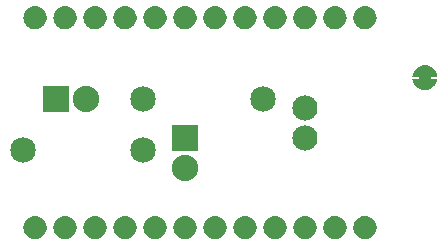
<source format=gbs>
G04 MADE WITH FRITZING*
G04 WWW.FRITZING.ORG*
G04 DOUBLE SIDED*
G04 HOLES PLATED*
G04 CONTOUR ON CENTER OF CONTOUR VECTOR*
%ASAXBY*%
%FSLAX23Y23*%
%MOIN*%
%OFA0B0*%
%SFA1.0B1.0*%
%ADD10C,0.084000*%
%ADD11C,0.040000*%
%ADD12C,0.088000*%
%ADD13C,0.085000*%
%ADD14R,0.088000X0.088000*%
%ADD15R,0.001000X0.001000*%
%LNMASK0*%
G90*
G70*
G54D10*
X1091Y362D03*
X1091Y462D03*
G54D11*
X1491Y562D03*
G54D10*
X1091Y362D03*
X1091Y462D03*
G54D11*
X1491Y562D03*
G54D12*
X261Y492D03*
X361Y492D03*
G54D13*
X552Y493D03*
X952Y493D03*
X152Y322D03*
X552Y322D03*
G54D12*
X691Y362D03*
X691Y262D03*
G54D14*
X261Y492D03*
X691Y362D03*
G54D15*
X187Y801D02*
X194Y801D01*
X287Y801D02*
X294Y801D01*
X387Y801D02*
X394Y801D01*
X487Y801D02*
X494Y801D01*
X587Y801D02*
X594Y801D01*
X687Y801D02*
X694Y801D01*
X787Y801D02*
X794Y801D01*
X887Y801D02*
X894Y801D01*
X987Y801D02*
X994Y801D01*
X1087Y801D02*
X1094Y801D01*
X1187Y801D02*
X1194Y801D01*
X1287Y801D02*
X1294Y801D01*
X182Y800D02*
X199Y800D01*
X282Y800D02*
X299Y800D01*
X382Y800D02*
X399Y800D01*
X482Y800D02*
X499Y800D01*
X582Y800D02*
X599Y800D01*
X682Y800D02*
X699Y800D01*
X782Y800D02*
X799Y800D01*
X882Y800D02*
X899Y800D01*
X982Y800D02*
X999Y800D01*
X1082Y800D02*
X1099Y800D01*
X1182Y800D02*
X1199Y800D01*
X1282Y800D02*
X1299Y800D01*
X179Y799D02*
X202Y799D01*
X279Y799D02*
X302Y799D01*
X379Y799D02*
X402Y799D01*
X479Y799D02*
X502Y799D01*
X579Y799D02*
X602Y799D01*
X679Y799D02*
X702Y799D01*
X779Y799D02*
X802Y799D01*
X879Y799D02*
X902Y799D01*
X979Y799D02*
X1002Y799D01*
X1079Y799D02*
X1102Y799D01*
X1179Y799D02*
X1202Y799D01*
X1279Y799D02*
X1302Y799D01*
X177Y798D02*
X204Y798D01*
X277Y798D02*
X304Y798D01*
X376Y798D02*
X404Y798D01*
X476Y798D02*
X504Y798D01*
X576Y798D02*
X604Y798D01*
X676Y798D02*
X704Y798D01*
X776Y798D02*
X804Y798D01*
X876Y798D02*
X904Y798D01*
X976Y798D02*
X1004Y798D01*
X1076Y798D02*
X1104Y798D01*
X1176Y798D02*
X1204Y798D01*
X1276Y798D02*
X1304Y798D01*
X175Y797D02*
X206Y797D01*
X275Y797D02*
X306Y797D01*
X375Y797D02*
X406Y797D01*
X475Y797D02*
X506Y797D01*
X574Y797D02*
X606Y797D01*
X674Y797D02*
X706Y797D01*
X774Y797D02*
X806Y797D01*
X874Y797D02*
X906Y797D01*
X974Y797D02*
X1006Y797D01*
X1074Y797D02*
X1106Y797D01*
X1174Y797D02*
X1206Y797D01*
X1274Y797D02*
X1306Y797D01*
X173Y796D02*
X208Y796D01*
X273Y796D02*
X308Y796D01*
X373Y796D02*
X408Y796D01*
X473Y796D02*
X508Y796D01*
X573Y796D02*
X608Y796D01*
X673Y796D02*
X708Y796D01*
X773Y796D02*
X808Y796D01*
X873Y796D02*
X908Y796D01*
X973Y796D02*
X1008Y796D01*
X1073Y796D02*
X1108Y796D01*
X1173Y796D02*
X1208Y796D01*
X1272Y796D02*
X1308Y796D01*
X171Y795D02*
X210Y795D01*
X271Y795D02*
X310Y795D01*
X371Y795D02*
X410Y795D01*
X471Y795D02*
X510Y795D01*
X571Y795D02*
X610Y795D01*
X671Y795D02*
X709Y795D01*
X771Y795D02*
X809Y795D01*
X871Y795D02*
X909Y795D01*
X971Y795D02*
X1009Y795D01*
X1071Y795D02*
X1109Y795D01*
X1171Y795D02*
X1209Y795D01*
X1271Y795D02*
X1309Y795D01*
X170Y794D02*
X211Y794D01*
X270Y794D02*
X311Y794D01*
X370Y794D02*
X411Y794D01*
X470Y794D02*
X511Y794D01*
X570Y794D02*
X611Y794D01*
X670Y794D02*
X711Y794D01*
X770Y794D02*
X811Y794D01*
X870Y794D02*
X911Y794D01*
X970Y794D02*
X1011Y794D01*
X1069Y794D02*
X1111Y794D01*
X1169Y794D02*
X1211Y794D01*
X1269Y794D02*
X1311Y794D01*
X168Y793D02*
X212Y793D01*
X268Y793D02*
X312Y793D01*
X368Y793D02*
X412Y793D01*
X468Y793D02*
X512Y793D01*
X568Y793D02*
X612Y793D01*
X668Y793D02*
X712Y793D01*
X768Y793D02*
X812Y793D01*
X868Y793D02*
X912Y793D01*
X968Y793D02*
X1012Y793D01*
X1068Y793D02*
X1112Y793D01*
X1168Y793D02*
X1212Y793D01*
X1268Y793D02*
X1312Y793D01*
X167Y792D02*
X214Y792D01*
X267Y792D02*
X314Y792D01*
X367Y792D02*
X414Y792D01*
X467Y792D02*
X514Y792D01*
X567Y792D02*
X614Y792D01*
X667Y792D02*
X714Y792D01*
X767Y792D02*
X814Y792D01*
X867Y792D02*
X914Y792D01*
X967Y792D02*
X1013Y792D01*
X1067Y792D02*
X1113Y792D01*
X1167Y792D02*
X1213Y792D01*
X1267Y792D02*
X1313Y792D01*
X166Y791D02*
X215Y791D01*
X266Y791D02*
X315Y791D01*
X366Y791D02*
X415Y791D01*
X466Y791D02*
X515Y791D01*
X566Y791D02*
X615Y791D01*
X666Y791D02*
X715Y791D01*
X766Y791D02*
X815Y791D01*
X866Y791D02*
X915Y791D01*
X966Y791D02*
X1015Y791D01*
X1066Y791D02*
X1115Y791D01*
X1166Y791D02*
X1215Y791D01*
X1266Y791D02*
X1315Y791D01*
X165Y790D02*
X216Y790D01*
X265Y790D02*
X316Y790D01*
X365Y790D02*
X416Y790D01*
X465Y790D02*
X516Y790D01*
X565Y790D02*
X616Y790D01*
X665Y790D02*
X716Y790D01*
X765Y790D02*
X816Y790D01*
X865Y790D02*
X916Y790D01*
X965Y790D02*
X1016Y790D01*
X1065Y790D02*
X1116Y790D01*
X1165Y790D02*
X1216Y790D01*
X1265Y790D02*
X1316Y790D01*
X164Y789D02*
X217Y789D01*
X264Y789D02*
X317Y789D01*
X364Y789D02*
X417Y789D01*
X464Y789D02*
X517Y789D01*
X564Y789D02*
X617Y789D01*
X664Y789D02*
X717Y789D01*
X764Y789D02*
X817Y789D01*
X864Y789D02*
X917Y789D01*
X964Y789D02*
X1017Y789D01*
X1064Y789D02*
X1117Y789D01*
X1164Y789D02*
X1217Y789D01*
X1264Y789D02*
X1317Y789D01*
X163Y788D02*
X218Y788D01*
X263Y788D02*
X318Y788D01*
X363Y788D02*
X418Y788D01*
X463Y788D02*
X518Y788D01*
X563Y788D02*
X618Y788D01*
X663Y788D02*
X718Y788D01*
X763Y788D02*
X818Y788D01*
X863Y788D02*
X918Y788D01*
X963Y788D02*
X1018Y788D01*
X1063Y788D02*
X1118Y788D01*
X1163Y788D02*
X1218Y788D01*
X1263Y788D02*
X1318Y788D01*
X162Y787D02*
X219Y787D01*
X262Y787D02*
X319Y787D01*
X362Y787D02*
X419Y787D01*
X462Y787D02*
X519Y787D01*
X562Y787D02*
X619Y787D01*
X662Y787D02*
X719Y787D01*
X762Y787D02*
X819Y787D01*
X862Y787D02*
X919Y787D01*
X962Y787D02*
X1019Y787D01*
X1062Y787D02*
X1119Y787D01*
X1162Y787D02*
X1219Y787D01*
X1262Y787D02*
X1319Y787D01*
X161Y786D02*
X220Y786D01*
X261Y786D02*
X320Y786D01*
X361Y786D02*
X420Y786D01*
X461Y786D02*
X520Y786D01*
X561Y786D02*
X620Y786D01*
X661Y786D02*
X720Y786D01*
X761Y786D02*
X820Y786D01*
X861Y786D02*
X920Y786D01*
X961Y786D02*
X1020Y786D01*
X1061Y786D02*
X1119Y786D01*
X1161Y786D02*
X1219Y786D01*
X1261Y786D02*
X1319Y786D01*
X160Y785D02*
X221Y785D01*
X260Y785D02*
X320Y785D01*
X360Y785D02*
X420Y785D01*
X460Y785D02*
X520Y785D01*
X560Y785D02*
X620Y785D01*
X660Y785D02*
X720Y785D01*
X760Y785D02*
X820Y785D01*
X860Y785D02*
X920Y785D01*
X960Y785D02*
X1020Y785D01*
X1060Y785D02*
X1120Y785D01*
X1160Y785D02*
X1220Y785D01*
X1260Y785D02*
X1320Y785D01*
X160Y784D02*
X221Y784D01*
X260Y784D02*
X321Y784D01*
X360Y784D02*
X421Y784D01*
X460Y784D02*
X521Y784D01*
X560Y784D02*
X621Y784D01*
X660Y784D02*
X721Y784D01*
X760Y784D02*
X821Y784D01*
X860Y784D02*
X921Y784D01*
X960Y784D02*
X1021Y784D01*
X1060Y784D02*
X1121Y784D01*
X1159Y784D02*
X1221Y784D01*
X1259Y784D02*
X1321Y784D01*
X159Y783D02*
X222Y783D01*
X259Y783D02*
X322Y783D01*
X359Y783D02*
X422Y783D01*
X459Y783D02*
X522Y783D01*
X559Y783D02*
X622Y783D01*
X659Y783D02*
X722Y783D01*
X759Y783D02*
X822Y783D01*
X859Y783D02*
X922Y783D01*
X959Y783D02*
X1022Y783D01*
X1059Y783D02*
X1122Y783D01*
X1159Y783D02*
X1222Y783D01*
X1259Y783D02*
X1322Y783D01*
X158Y782D02*
X223Y782D01*
X258Y782D02*
X323Y782D01*
X358Y782D02*
X423Y782D01*
X458Y782D02*
X523Y782D01*
X558Y782D02*
X623Y782D01*
X658Y782D02*
X723Y782D01*
X758Y782D02*
X823Y782D01*
X858Y782D02*
X923Y782D01*
X958Y782D02*
X1022Y782D01*
X1058Y782D02*
X1122Y782D01*
X1158Y782D02*
X1222Y782D01*
X1258Y782D02*
X1322Y782D01*
X158Y781D02*
X223Y781D01*
X258Y781D02*
X323Y781D01*
X358Y781D02*
X423Y781D01*
X458Y781D02*
X523Y781D01*
X558Y781D02*
X623Y781D01*
X658Y781D02*
X723Y781D01*
X758Y781D02*
X823Y781D01*
X858Y781D02*
X923Y781D01*
X958Y781D02*
X1023Y781D01*
X1058Y781D02*
X1123Y781D01*
X1157Y781D02*
X1223Y781D01*
X1257Y781D02*
X1323Y781D01*
X157Y780D02*
X224Y780D01*
X257Y780D02*
X324Y780D01*
X357Y780D02*
X424Y780D01*
X457Y780D02*
X524Y780D01*
X557Y780D02*
X624Y780D01*
X657Y780D02*
X724Y780D01*
X757Y780D02*
X824Y780D01*
X857Y780D02*
X924Y780D01*
X957Y780D02*
X1024Y780D01*
X1057Y780D02*
X1124Y780D01*
X1157Y780D02*
X1224Y780D01*
X1257Y780D02*
X1324Y780D01*
X157Y779D02*
X225Y779D01*
X257Y779D02*
X324Y779D01*
X357Y779D02*
X424Y779D01*
X457Y779D02*
X524Y779D01*
X557Y779D02*
X624Y779D01*
X656Y779D02*
X724Y779D01*
X756Y779D02*
X824Y779D01*
X856Y779D02*
X924Y779D01*
X956Y779D02*
X1024Y779D01*
X1056Y779D02*
X1124Y779D01*
X1156Y779D02*
X1224Y779D01*
X1256Y779D02*
X1324Y779D01*
X156Y778D02*
X225Y778D01*
X256Y778D02*
X325Y778D01*
X356Y778D02*
X425Y778D01*
X456Y778D02*
X525Y778D01*
X556Y778D02*
X625Y778D01*
X656Y778D02*
X725Y778D01*
X756Y778D02*
X825Y778D01*
X856Y778D02*
X925Y778D01*
X956Y778D02*
X1025Y778D01*
X1056Y778D02*
X1125Y778D01*
X1156Y778D02*
X1225Y778D01*
X1256Y778D02*
X1325Y778D01*
X156Y777D02*
X226Y777D01*
X256Y777D02*
X326Y777D01*
X356Y777D02*
X426Y777D01*
X456Y777D02*
X525Y777D01*
X555Y777D02*
X625Y777D01*
X655Y777D02*
X725Y777D01*
X755Y777D02*
X825Y777D01*
X855Y777D02*
X925Y777D01*
X955Y777D02*
X1025Y777D01*
X1055Y777D02*
X1125Y777D01*
X1155Y777D02*
X1225Y777D01*
X1255Y777D02*
X1325Y777D01*
X155Y776D02*
X226Y776D01*
X255Y776D02*
X326Y776D01*
X355Y776D02*
X426Y776D01*
X455Y776D02*
X526Y776D01*
X555Y776D02*
X626Y776D01*
X655Y776D02*
X726Y776D01*
X755Y776D02*
X826Y776D01*
X855Y776D02*
X926Y776D01*
X955Y776D02*
X1026Y776D01*
X1055Y776D02*
X1126Y776D01*
X1155Y776D02*
X1226Y776D01*
X1255Y776D02*
X1326Y776D01*
X155Y775D02*
X226Y775D01*
X255Y775D02*
X326Y775D01*
X355Y775D02*
X426Y775D01*
X455Y775D02*
X526Y775D01*
X555Y775D02*
X626Y775D01*
X655Y775D02*
X726Y775D01*
X755Y775D02*
X826Y775D01*
X855Y775D02*
X926Y775D01*
X955Y775D02*
X1026Y775D01*
X1055Y775D02*
X1126Y775D01*
X1154Y775D02*
X1226Y775D01*
X1254Y775D02*
X1326Y775D01*
X154Y774D02*
X227Y774D01*
X254Y774D02*
X327Y774D01*
X354Y774D02*
X427Y774D01*
X454Y774D02*
X527Y774D01*
X554Y774D02*
X627Y774D01*
X654Y774D02*
X727Y774D01*
X754Y774D02*
X827Y774D01*
X854Y774D02*
X927Y774D01*
X954Y774D02*
X1027Y774D01*
X1054Y774D02*
X1127Y774D01*
X1154Y774D02*
X1227Y774D01*
X1254Y774D02*
X1327Y774D01*
X154Y773D02*
X227Y773D01*
X254Y773D02*
X327Y773D01*
X354Y773D02*
X427Y773D01*
X454Y773D02*
X527Y773D01*
X554Y773D02*
X627Y773D01*
X654Y773D02*
X727Y773D01*
X754Y773D02*
X827Y773D01*
X854Y773D02*
X927Y773D01*
X954Y773D02*
X1027Y773D01*
X1054Y773D02*
X1127Y773D01*
X1154Y773D02*
X1227Y773D01*
X1254Y773D02*
X1327Y773D01*
X154Y772D02*
X228Y772D01*
X254Y772D02*
X328Y772D01*
X354Y772D02*
X427Y772D01*
X454Y772D02*
X527Y772D01*
X554Y772D02*
X627Y772D01*
X654Y772D02*
X727Y772D01*
X754Y772D02*
X827Y772D01*
X854Y772D02*
X927Y772D01*
X953Y772D02*
X1027Y772D01*
X1053Y772D02*
X1127Y772D01*
X1153Y772D02*
X1227Y772D01*
X1253Y772D02*
X1327Y772D01*
X153Y771D02*
X228Y771D01*
X253Y771D02*
X328Y771D01*
X353Y771D02*
X428Y771D01*
X453Y771D02*
X528Y771D01*
X553Y771D02*
X628Y771D01*
X653Y771D02*
X728Y771D01*
X753Y771D02*
X828Y771D01*
X853Y771D02*
X928Y771D01*
X953Y771D02*
X1028Y771D01*
X1053Y771D02*
X1128Y771D01*
X1153Y771D02*
X1228Y771D01*
X1253Y771D02*
X1328Y771D01*
X153Y770D02*
X228Y770D01*
X253Y770D02*
X328Y770D01*
X353Y770D02*
X428Y770D01*
X453Y770D02*
X528Y770D01*
X553Y770D02*
X628Y770D01*
X653Y770D02*
X728Y770D01*
X753Y770D02*
X828Y770D01*
X853Y770D02*
X928Y770D01*
X953Y770D02*
X1028Y770D01*
X1053Y770D02*
X1128Y770D01*
X1153Y770D02*
X1228Y770D01*
X1253Y770D02*
X1328Y770D01*
X153Y769D02*
X228Y769D01*
X253Y769D02*
X328Y769D01*
X353Y769D02*
X428Y769D01*
X453Y769D02*
X528Y769D01*
X553Y769D02*
X628Y769D01*
X653Y769D02*
X728Y769D01*
X753Y769D02*
X828Y769D01*
X853Y769D02*
X928Y769D01*
X953Y769D02*
X1028Y769D01*
X1053Y769D02*
X1128Y769D01*
X1153Y769D02*
X1228Y769D01*
X1253Y769D02*
X1328Y769D01*
X153Y768D02*
X229Y768D01*
X253Y768D02*
X329Y768D01*
X353Y768D02*
X428Y768D01*
X453Y768D02*
X528Y768D01*
X553Y768D02*
X628Y768D01*
X653Y768D02*
X728Y768D01*
X753Y768D02*
X828Y768D01*
X853Y768D02*
X928Y768D01*
X953Y768D02*
X1028Y768D01*
X1052Y768D02*
X1128Y768D01*
X1152Y768D02*
X1228Y768D01*
X1252Y768D02*
X1328Y768D01*
X153Y767D02*
X229Y767D01*
X253Y767D02*
X329Y767D01*
X352Y767D02*
X429Y767D01*
X452Y767D02*
X529Y767D01*
X552Y767D02*
X629Y767D01*
X652Y767D02*
X729Y767D01*
X752Y767D02*
X829Y767D01*
X852Y767D02*
X929Y767D01*
X952Y767D02*
X1029Y767D01*
X1052Y767D02*
X1129Y767D01*
X1152Y767D02*
X1228Y767D01*
X1252Y767D02*
X1328Y767D01*
X152Y766D02*
X229Y766D01*
X252Y766D02*
X329Y766D01*
X352Y766D02*
X429Y766D01*
X452Y766D02*
X529Y766D01*
X552Y766D02*
X629Y766D01*
X652Y766D02*
X729Y766D01*
X752Y766D02*
X829Y766D01*
X852Y766D02*
X929Y766D01*
X952Y766D02*
X1029Y766D01*
X1052Y766D02*
X1129Y766D01*
X1152Y766D02*
X1229Y766D01*
X1252Y766D02*
X1329Y766D01*
X152Y765D02*
X229Y765D01*
X252Y765D02*
X329Y765D01*
X352Y765D02*
X429Y765D01*
X452Y765D02*
X529Y765D01*
X552Y765D02*
X629Y765D01*
X652Y765D02*
X729Y765D01*
X752Y765D02*
X829Y765D01*
X852Y765D02*
X929Y765D01*
X952Y765D02*
X1029Y765D01*
X1052Y765D02*
X1129Y765D01*
X1152Y765D02*
X1229Y765D01*
X1252Y765D02*
X1329Y765D01*
X152Y764D02*
X229Y764D01*
X252Y764D02*
X329Y764D01*
X352Y764D02*
X429Y764D01*
X452Y764D02*
X529Y764D01*
X552Y764D02*
X629Y764D01*
X652Y764D02*
X729Y764D01*
X752Y764D02*
X829Y764D01*
X852Y764D02*
X929Y764D01*
X952Y764D02*
X1029Y764D01*
X1052Y764D02*
X1129Y764D01*
X1152Y764D02*
X1229Y764D01*
X1252Y764D02*
X1329Y764D01*
X152Y763D02*
X229Y763D01*
X252Y763D02*
X329Y763D01*
X352Y763D02*
X429Y763D01*
X452Y763D02*
X529Y763D01*
X552Y763D02*
X629Y763D01*
X652Y763D02*
X729Y763D01*
X752Y763D02*
X829Y763D01*
X852Y763D02*
X929Y763D01*
X952Y763D02*
X1029Y763D01*
X1052Y763D02*
X1129Y763D01*
X1152Y763D02*
X1229Y763D01*
X1252Y763D02*
X1329Y763D01*
X152Y762D02*
X229Y762D01*
X252Y762D02*
X329Y762D01*
X352Y762D02*
X429Y762D01*
X452Y762D02*
X529Y762D01*
X552Y762D02*
X629Y762D01*
X652Y762D02*
X729Y762D01*
X752Y762D02*
X829Y762D01*
X852Y762D02*
X929Y762D01*
X952Y762D02*
X1029Y762D01*
X1052Y762D02*
X1129Y762D01*
X1152Y762D02*
X1229Y762D01*
X1252Y762D02*
X1329Y762D01*
X152Y761D02*
X229Y761D01*
X252Y761D02*
X329Y761D01*
X352Y761D02*
X429Y761D01*
X452Y761D02*
X529Y761D01*
X552Y761D02*
X629Y761D01*
X652Y761D02*
X729Y761D01*
X752Y761D02*
X829Y761D01*
X852Y761D02*
X929Y761D01*
X952Y761D02*
X1029Y761D01*
X1052Y761D02*
X1129Y761D01*
X1152Y761D02*
X1229Y761D01*
X1252Y761D02*
X1329Y761D01*
X152Y760D02*
X229Y760D01*
X252Y760D02*
X329Y760D01*
X352Y760D02*
X429Y760D01*
X452Y760D02*
X529Y760D01*
X552Y760D02*
X629Y760D01*
X652Y760D02*
X729Y760D01*
X752Y760D02*
X829Y760D01*
X852Y760D02*
X929Y760D01*
X952Y760D02*
X1029Y760D01*
X1052Y760D02*
X1129Y760D01*
X1152Y760D02*
X1229Y760D01*
X1252Y760D02*
X1329Y760D01*
X152Y759D02*
X229Y759D01*
X252Y759D02*
X329Y759D01*
X352Y759D02*
X429Y759D01*
X452Y759D02*
X529Y759D01*
X552Y759D02*
X629Y759D01*
X652Y759D02*
X729Y759D01*
X752Y759D02*
X829Y759D01*
X852Y759D02*
X929Y759D01*
X952Y759D02*
X1029Y759D01*
X1052Y759D02*
X1129Y759D01*
X1152Y759D02*
X1229Y759D01*
X1252Y759D02*
X1329Y759D01*
X152Y758D02*
X229Y758D01*
X252Y758D02*
X329Y758D01*
X352Y758D02*
X429Y758D01*
X452Y758D02*
X529Y758D01*
X552Y758D02*
X629Y758D01*
X652Y758D02*
X729Y758D01*
X752Y758D02*
X829Y758D01*
X852Y758D02*
X929Y758D01*
X952Y758D02*
X1029Y758D01*
X1052Y758D02*
X1129Y758D01*
X1152Y758D02*
X1229Y758D01*
X1252Y758D02*
X1329Y758D01*
X153Y757D02*
X229Y757D01*
X253Y757D02*
X329Y757D01*
X353Y757D02*
X429Y757D01*
X453Y757D02*
X529Y757D01*
X553Y757D02*
X629Y757D01*
X653Y757D02*
X729Y757D01*
X752Y757D02*
X828Y757D01*
X852Y757D02*
X928Y757D01*
X952Y757D02*
X1028Y757D01*
X1052Y757D02*
X1128Y757D01*
X1152Y757D02*
X1228Y757D01*
X1252Y757D02*
X1328Y757D01*
X153Y756D02*
X228Y756D01*
X253Y756D02*
X328Y756D01*
X353Y756D02*
X428Y756D01*
X453Y756D02*
X528Y756D01*
X553Y756D02*
X628Y756D01*
X653Y756D02*
X728Y756D01*
X753Y756D02*
X828Y756D01*
X853Y756D02*
X928Y756D01*
X953Y756D02*
X1028Y756D01*
X1053Y756D02*
X1128Y756D01*
X1153Y756D02*
X1228Y756D01*
X1253Y756D02*
X1328Y756D01*
X153Y755D02*
X228Y755D01*
X253Y755D02*
X328Y755D01*
X353Y755D02*
X428Y755D01*
X453Y755D02*
X528Y755D01*
X553Y755D02*
X628Y755D01*
X653Y755D02*
X728Y755D01*
X753Y755D02*
X828Y755D01*
X853Y755D02*
X928Y755D01*
X953Y755D02*
X1028Y755D01*
X1053Y755D02*
X1128Y755D01*
X1153Y755D02*
X1228Y755D01*
X1253Y755D02*
X1328Y755D01*
X153Y754D02*
X228Y754D01*
X253Y754D02*
X328Y754D01*
X353Y754D02*
X428Y754D01*
X453Y754D02*
X528Y754D01*
X553Y754D02*
X628Y754D01*
X653Y754D02*
X728Y754D01*
X753Y754D02*
X828Y754D01*
X853Y754D02*
X928Y754D01*
X953Y754D02*
X1028Y754D01*
X1053Y754D02*
X1128Y754D01*
X1153Y754D02*
X1228Y754D01*
X1253Y754D02*
X1328Y754D01*
X154Y753D02*
X228Y753D01*
X253Y753D02*
X328Y753D01*
X353Y753D02*
X428Y753D01*
X453Y753D02*
X528Y753D01*
X553Y753D02*
X628Y753D01*
X653Y753D02*
X728Y753D01*
X753Y753D02*
X828Y753D01*
X853Y753D02*
X928Y753D01*
X953Y753D02*
X1028Y753D01*
X1053Y753D02*
X1128Y753D01*
X1153Y753D02*
X1227Y753D01*
X1253Y753D02*
X1327Y753D01*
X154Y752D02*
X227Y752D01*
X254Y752D02*
X327Y752D01*
X354Y752D02*
X427Y752D01*
X454Y752D02*
X527Y752D01*
X554Y752D02*
X627Y752D01*
X654Y752D02*
X727Y752D01*
X754Y752D02*
X827Y752D01*
X854Y752D02*
X927Y752D01*
X954Y752D02*
X1027Y752D01*
X1054Y752D02*
X1127Y752D01*
X1154Y752D02*
X1227Y752D01*
X1253Y752D02*
X1327Y752D01*
X154Y751D02*
X227Y751D01*
X254Y751D02*
X327Y751D01*
X354Y751D02*
X427Y751D01*
X454Y751D02*
X527Y751D01*
X554Y751D02*
X627Y751D01*
X654Y751D02*
X727Y751D01*
X754Y751D02*
X827Y751D01*
X854Y751D02*
X927Y751D01*
X954Y751D02*
X1027Y751D01*
X1054Y751D02*
X1127Y751D01*
X1154Y751D02*
X1227Y751D01*
X1254Y751D02*
X1327Y751D01*
X154Y750D02*
X227Y750D01*
X254Y750D02*
X327Y750D01*
X354Y750D02*
X427Y750D01*
X454Y750D02*
X527Y750D01*
X554Y750D02*
X627Y750D01*
X654Y750D02*
X727Y750D01*
X754Y750D02*
X827Y750D01*
X854Y750D02*
X927Y750D01*
X954Y750D02*
X1027Y750D01*
X1054Y750D02*
X1126Y750D01*
X1154Y750D02*
X1226Y750D01*
X1254Y750D02*
X1326Y750D01*
X155Y749D02*
X226Y749D01*
X255Y749D02*
X326Y749D01*
X355Y749D02*
X426Y749D01*
X455Y749D02*
X526Y749D01*
X555Y749D02*
X626Y749D01*
X655Y749D02*
X726Y749D01*
X755Y749D02*
X826Y749D01*
X855Y749D02*
X926Y749D01*
X955Y749D02*
X1026Y749D01*
X1055Y749D02*
X1126Y749D01*
X1155Y749D02*
X1226Y749D01*
X1255Y749D02*
X1326Y749D01*
X155Y748D02*
X226Y748D01*
X255Y748D02*
X326Y748D01*
X355Y748D02*
X426Y748D01*
X455Y748D02*
X526Y748D01*
X555Y748D02*
X626Y748D01*
X655Y748D02*
X726Y748D01*
X755Y748D02*
X826Y748D01*
X855Y748D02*
X926Y748D01*
X955Y748D02*
X1026Y748D01*
X1055Y748D02*
X1126Y748D01*
X1155Y748D02*
X1226Y748D01*
X1255Y748D02*
X1326Y748D01*
X156Y747D02*
X225Y747D01*
X256Y747D02*
X325Y747D01*
X356Y747D02*
X425Y747D01*
X456Y747D02*
X525Y747D01*
X556Y747D02*
X625Y747D01*
X656Y747D02*
X725Y747D01*
X756Y747D02*
X825Y747D01*
X856Y747D02*
X925Y747D01*
X956Y747D02*
X1025Y747D01*
X1055Y747D02*
X1125Y747D01*
X1155Y747D02*
X1225Y747D01*
X1255Y747D02*
X1325Y747D01*
X156Y746D02*
X225Y746D01*
X256Y746D02*
X325Y746D01*
X356Y746D02*
X425Y746D01*
X456Y746D02*
X525Y746D01*
X556Y746D02*
X625Y746D01*
X656Y746D02*
X725Y746D01*
X756Y746D02*
X825Y746D01*
X856Y746D02*
X925Y746D01*
X956Y746D02*
X1025Y746D01*
X1056Y746D02*
X1125Y746D01*
X1156Y746D02*
X1225Y746D01*
X1256Y746D02*
X1325Y746D01*
X157Y745D02*
X224Y745D01*
X257Y745D02*
X324Y745D01*
X357Y745D02*
X424Y745D01*
X457Y745D02*
X524Y745D01*
X557Y745D02*
X624Y745D01*
X657Y745D02*
X724Y745D01*
X757Y745D02*
X824Y745D01*
X857Y745D02*
X924Y745D01*
X957Y745D02*
X1024Y745D01*
X1056Y745D02*
X1124Y745D01*
X1156Y745D02*
X1224Y745D01*
X1256Y745D02*
X1324Y745D01*
X157Y744D02*
X224Y744D01*
X257Y744D02*
X324Y744D01*
X357Y744D02*
X424Y744D01*
X457Y744D02*
X524Y744D01*
X557Y744D02*
X624Y744D01*
X657Y744D02*
X724Y744D01*
X757Y744D02*
X824Y744D01*
X857Y744D02*
X924Y744D01*
X957Y744D02*
X1024Y744D01*
X1057Y744D02*
X1124Y744D01*
X1157Y744D02*
X1224Y744D01*
X1257Y744D02*
X1324Y744D01*
X158Y743D02*
X223Y743D01*
X258Y743D02*
X323Y743D01*
X358Y743D02*
X423Y743D01*
X458Y743D02*
X523Y743D01*
X558Y743D02*
X623Y743D01*
X658Y743D02*
X723Y743D01*
X758Y743D02*
X823Y743D01*
X858Y743D02*
X923Y743D01*
X958Y743D02*
X1023Y743D01*
X1058Y743D02*
X1123Y743D01*
X1158Y743D02*
X1223Y743D01*
X1258Y743D02*
X1323Y743D01*
X159Y742D02*
X223Y742D01*
X259Y742D02*
X323Y742D01*
X358Y742D02*
X422Y742D01*
X458Y742D02*
X522Y742D01*
X558Y742D02*
X622Y742D01*
X658Y742D02*
X722Y742D01*
X758Y742D02*
X822Y742D01*
X858Y742D02*
X922Y742D01*
X958Y742D02*
X1022Y742D01*
X1058Y742D02*
X1122Y742D01*
X1158Y742D02*
X1222Y742D01*
X1258Y742D02*
X1322Y742D01*
X159Y741D02*
X222Y741D01*
X259Y741D02*
X322Y741D01*
X359Y741D02*
X422Y741D01*
X459Y741D02*
X522Y741D01*
X559Y741D02*
X622Y741D01*
X659Y741D02*
X722Y741D01*
X759Y741D02*
X822Y741D01*
X859Y741D02*
X922Y741D01*
X959Y741D02*
X1022Y741D01*
X1059Y741D02*
X1122Y741D01*
X1159Y741D02*
X1222Y741D01*
X1259Y741D02*
X1322Y741D01*
X160Y740D02*
X221Y740D01*
X260Y740D02*
X321Y740D01*
X360Y740D02*
X421Y740D01*
X460Y740D02*
X521Y740D01*
X560Y740D02*
X621Y740D01*
X660Y740D02*
X721Y740D01*
X760Y740D02*
X821Y740D01*
X860Y740D02*
X921Y740D01*
X960Y740D02*
X1021Y740D01*
X1060Y740D02*
X1121Y740D01*
X1160Y740D02*
X1221Y740D01*
X1260Y740D02*
X1321Y740D01*
X161Y739D02*
X220Y739D01*
X261Y739D02*
X320Y739D01*
X361Y739D02*
X420Y739D01*
X461Y739D02*
X520Y739D01*
X561Y739D02*
X620Y739D01*
X661Y739D02*
X720Y739D01*
X761Y739D02*
X820Y739D01*
X861Y739D02*
X920Y739D01*
X961Y739D02*
X1020Y739D01*
X1060Y739D02*
X1120Y739D01*
X1160Y739D02*
X1220Y739D01*
X1260Y739D02*
X1320Y739D01*
X161Y738D02*
X220Y738D01*
X261Y738D02*
X319Y738D01*
X361Y738D02*
X419Y738D01*
X461Y738D02*
X519Y738D01*
X561Y738D02*
X619Y738D01*
X661Y738D02*
X719Y738D01*
X761Y738D02*
X819Y738D01*
X861Y738D02*
X919Y738D01*
X961Y738D02*
X1019Y738D01*
X1061Y738D02*
X1119Y738D01*
X1161Y738D02*
X1219Y738D01*
X1261Y738D02*
X1319Y738D01*
X162Y737D02*
X219Y737D01*
X262Y737D02*
X319Y737D01*
X362Y737D02*
X419Y737D01*
X462Y737D02*
X519Y737D01*
X562Y737D02*
X618Y737D01*
X662Y737D02*
X718Y737D01*
X762Y737D02*
X818Y737D01*
X862Y737D02*
X918Y737D01*
X962Y737D02*
X1018Y737D01*
X1062Y737D02*
X1118Y737D01*
X1162Y737D02*
X1218Y737D01*
X1262Y737D02*
X1318Y737D01*
X163Y736D02*
X218Y736D01*
X263Y736D02*
X318Y736D01*
X363Y736D02*
X418Y736D01*
X463Y736D02*
X518Y736D01*
X563Y736D02*
X618Y736D01*
X663Y736D02*
X717Y736D01*
X763Y736D02*
X817Y736D01*
X863Y736D02*
X917Y736D01*
X963Y736D02*
X1017Y736D01*
X1063Y736D02*
X1117Y736D01*
X1163Y736D02*
X1217Y736D01*
X1263Y736D02*
X1317Y736D01*
X164Y735D02*
X217Y735D01*
X264Y735D02*
X317Y735D01*
X364Y735D02*
X417Y735D01*
X464Y735D02*
X517Y735D01*
X564Y735D02*
X617Y735D01*
X664Y735D02*
X717Y735D01*
X764Y735D02*
X816Y735D01*
X864Y735D02*
X916Y735D01*
X964Y735D02*
X1016Y735D01*
X1064Y735D02*
X1116Y735D01*
X1164Y735D02*
X1216Y735D01*
X1264Y735D02*
X1316Y735D01*
X165Y734D02*
X216Y734D01*
X265Y734D02*
X316Y734D01*
X365Y734D02*
X415Y734D01*
X465Y734D02*
X515Y734D01*
X565Y734D02*
X615Y734D01*
X665Y734D02*
X715Y734D01*
X765Y734D02*
X815Y734D01*
X865Y734D02*
X915Y734D01*
X965Y734D02*
X1015Y734D01*
X1065Y734D02*
X1115Y734D01*
X1165Y734D02*
X1215Y734D01*
X1265Y734D02*
X1315Y734D01*
X166Y733D02*
X214Y733D01*
X266Y733D02*
X314Y733D01*
X366Y733D02*
X414Y733D01*
X466Y733D02*
X514Y733D01*
X566Y733D02*
X614Y733D01*
X666Y733D02*
X714Y733D01*
X766Y733D02*
X814Y733D01*
X866Y733D02*
X914Y733D01*
X966Y733D02*
X1014Y733D01*
X1066Y733D02*
X1114Y733D01*
X1166Y733D02*
X1214Y733D01*
X1266Y733D02*
X1314Y733D01*
X168Y732D02*
X213Y732D01*
X268Y732D02*
X313Y732D01*
X368Y732D02*
X413Y732D01*
X468Y732D02*
X513Y732D01*
X568Y732D02*
X613Y732D01*
X668Y732D02*
X713Y732D01*
X768Y732D02*
X813Y732D01*
X867Y732D02*
X913Y732D01*
X967Y732D02*
X1013Y732D01*
X1067Y732D02*
X1113Y732D01*
X1167Y732D02*
X1213Y732D01*
X1267Y732D02*
X1313Y732D01*
X169Y731D02*
X212Y731D01*
X269Y731D02*
X312Y731D01*
X369Y731D02*
X412Y731D01*
X469Y731D02*
X512Y731D01*
X569Y731D02*
X612Y731D01*
X669Y731D02*
X712Y731D01*
X769Y731D02*
X812Y731D01*
X869Y731D02*
X912Y731D01*
X969Y731D02*
X1012Y731D01*
X1069Y731D02*
X1112Y731D01*
X1169Y731D02*
X1212Y731D01*
X1269Y731D02*
X1312Y731D01*
X170Y730D02*
X210Y730D01*
X270Y730D02*
X310Y730D01*
X370Y730D02*
X410Y730D01*
X470Y730D02*
X510Y730D01*
X570Y730D02*
X610Y730D01*
X670Y730D02*
X710Y730D01*
X770Y730D02*
X810Y730D01*
X870Y730D02*
X910Y730D01*
X970Y730D02*
X1010Y730D01*
X1070Y730D02*
X1110Y730D01*
X1170Y730D02*
X1210Y730D01*
X1270Y730D02*
X1310Y730D01*
X172Y729D02*
X209Y729D01*
X272Y729D02*
X309Y729D01*
X372Y729D02*
X409Y729D01*
X472Y729D02*
X509Y729D01*
X572Y729D02*
X609Y729D01*
X672Y729D02*
X709Y729D01*
X772Y729D02*
X809Y729D01*
X872Y729D02*
X909Y729D01*
X972Y729D02*
X1009Y729D01*
X1072Y729D02*
X1109Y729D01*
X1172Y729D02*
X1209Y729D01*
X1272Y729D02*
X1309Y729D01*
X174Y728D02*
X207Y728D01*
X274Y728D02*
X307Y728D01*
X374Y728D02*
X407Y728D01*
X474Y728D02*
X507Y728D01*
X574Y728D02*
X607Y728D01*
X674Y728D02*
X707Y728D01*
X774Y728D02*
X807Y728D01*
X874Y728D02*
X907Y728D01*
X974Y728D02*
X1007Y728D01*
X1073Y728D02*
X1107Y728D01*
X1173Y728D02*
X1207Y728D01*
X1273Y728D02*
X1307Y728D01*
X176Y727D02*
X205Y727D01*
X276Y727D02*
X305Y727D01*
X376Y727D02*
X405Y727D01*
X476Y727D02*
X505Y727D01*
X576Y727D02*
X605Y727D01*
X676Y727D02*
X705Y727D01*
X776Y727D02*
X805Y727D01*
X876Y727D02*
X905Y727D01*
X975Y727D02*
X1005Y727D01*
X1075Y727D02*
X1105Y727D01*
X1175Y727D02*
X1205Y727D01*
X1275Y727D02*
X1305Y727D01*
X178Y726D02*
X203Y726D01*
X278Y726D02*
X303Y726D01*
X378Y726D02*
X403Y726D01*
X478Y726D02*
X503Y726D01*
X578Y726D02*
X603Y726D01*
X678Y726D02*
X703Y726D01*
X778Y726D02*
X803Y726D01*
X878Y726D02*
X903Y726D01*
X978Y726D02*
X1003Y726D01*
X1078Y726D02*
X1103Y726D01*
X1178Y726D02*
X1203Y726D01*
X1278Y726D02*
X1303Y726D01*
X181Y725D02*
X200Y725D01*
X281Y725D02*
X300Y725D01*
X381Y725D02*
X400Y725D01*
X481Y725D02*
X500Y725D01*
X581Y725D02*
X600Y725D01*
X681Y725D02*
X700Y725D01*
X781Y725D02*
X800Y725D01*
X881Y725D02*
X900Y725D01*
X981Y725D02*
X1000Y725D01*
X1081Y725D02*
X1100Y725D01*
X1181Y725D02*
X1200Y725D01*
X1281Y725D02*
X1300Y725D01*
X185Y724D02*
X196Y724D01*
X285Y724D02*
X296Y724D01*
X385Y724D02*
X396Y724D01*
X485Y724D02*
X496Y724D01*
X585Y724D02*
X596Y724D01*
X685Y724D02*
X696Y724D01*
X785Y724D02*
X796Y724D01*
X885Y724D02*
X896Y724D01*
X985Y724D02*
X996Y724D01*
X1085Y724D02*
X1096Y724D01*
X1185Y724D02*
X1196Y724D01*
X1285Y724D02*
X1296Y724D01*
X1485Y604D02*
X1495Y604D01*
X1481Y603D02*
X1500Y603D01*
X1478Y602D02*
X1503Y602D01*
X1475Y601D02*
X1505Y601D01*
X1473Y600D02*
X1507Y600D01*
X1472Y599D02*
X1509Y599D01*
X1470Y598D02*
X1511Y598D01*
X1468Y597D02*
X1512Y597D01*
X1467Y596D02*
X1514Y596D01*
X1466Y595D02*
X1515Y595D01*
X1465Y594D02*
X1516Y594D01*
X1463Y593D02*
X1517Y593D01*
X1462Y592D02*
X1518Y592D01*
X1461Y591D02*
X1519Y591D01*
X1460Y590D02*
X1520Y590D01*
X1460Y589D02*
X1521Y589D01*
X1459Y588D02*
X1522Y588D01*
X1458Y587D02*
X1523Y587D01*
X1457Y586D02*
X1524Y586D01*
X1456Y585D02*
X1524Y585D01*
X1456Y584D02*
X1525Y584D01*
X1455Y583D02*
X1526Y583D01*
X1454Y582D02*
X1526Y582D01*
X1454Y581D02*
X1527Y581D01*
X1453Y580D02*
X1527Y580D01*
X1453Y579D02*
X1528Y579D01*
X1452Y578D02*
X1528Y578D01*
X1452Y577D02*
X1529Y577D01*
X1452Y576D02*
X1529Y576D01*
X1451Y575D02*
X1529Y575D01*
X1451Y574D02*
X1530Y574D01*
X1450Y573D02*
X1530Y573D01*
X1450Y572D02*
X1530Y572D01*
X1450Y571D02*
X1531Y571D01*
X1450Y570D02*
X1531Y570D01*
X1449Y569D02*
X1531Y569D01*
X1449Y568D02*
X1531Y568D01*
X1449Y567D02*
X1531Y567D01*
X1449Y558D02*
X1531Y558D01*
X1449Y557D02*
X1531Y557D01*
X1450Y556D02*
X1531Y556D01*
X1450Y555D02*
X1531Y555D01*
X1450Y554D02*
X1531Y554D01*
X1450Y553D02*
X1530Y553D01*
X1451Y552D02*
X1530Y552D01*
X1451Y551D02*
X1530Y551D01*
X1451Y550D02*
X1529Y550D01*
X1452Y549D02*
X1529Y549D01*
X1452Y548D02*
X1529Y548D01*
X1452Y547D02*
X1528Y547D01*
X1453Y546D02*
X1528Y546D01*
X1453Y545D02*
X1527Y545D01*
X1454Y544D02*
X1527Y544D01*
X1455Y543D02*
X1526Y543D01*
X1455Y542D02*
X1525Y542D01*
X1456Y541D02*
X1525Y541D01*
X1456Y540D02*
X1524Y540D01*
X1457Y539D02*
X1523Y539D01*
X1458Y538D02*
X1523Y538D01*
X1459Y537D02*
X1522Y537D01*
X1460Y536D02*
X1521Y536D01*
X1461Y535D02*
X1520Y535D01*
X1461Y534D02*
X1519Y534D01*
X1462Y533D02*
X1518Y533D01*
X1464Y532D02*
X1517Y532D01*
X1465Y531D02*
X1516Y531D01*
X1466Y530D02*
X1515Y530D01*
X1467Y529D02*
X1513Y529D01*
X1469Y528D02*
X1512Y528D01*
X1470Y527D02*
X1511Y527D01*
X1472Y526D02*
X1509Y526D01*
X1474Y525D02*
X1507Y525D01*
X1476Y524D02*
X1505Y524D01*
X1478Y523D02*
X1502Y523D01*
X1481Y522D02*
X1499Y522D01*
X1486Y521D02*
X1495Y521D01*
X183Y101D02*
X198Y101D01*
X283Y101D02*
X298Y101D01*
X383Y101D02*
X398Y101D01*
X483Y101D02*
X498Y101D01*
X583Y101D02*
X598Y101D01*
X683Y101D02*
X698Y101D01*
X783Y101D02*
X798Y101D01*
X883Y101D02*
X898Y101D01*
X983Y101D02*
X998Y101D01*
X1083Y101D02*
X1098Y101D01*
X1183Y101D02*
X1198Y101D01*
X1283Y101D02*
X1298Y101D01*
X180Y100D02*
X201Y100D01*
X280Y100D02*
X301Y100D01*
X380Y100D02*
X401Y100D01*
X480Y100D02*
X501Y100D01*
X580Y100D02*
X601Y100D01*
X680Y100D02*
X701Y100D01*
X780Y100D02*
X801Y100D01*
X880Y100D02*
X901Y100D01*
X980Y100D02*
X1001Y100D01*
X1080Y100D02*
X1101Y100D01*
X1179Y100D02*
X1201Y100D01*
X1279Y100D02*
X1301Y100D01*
X177Y99D02*
X204Y99D01*
X277Y99D02*
X304Y99D01*
X377Y99D02*
X404Y99D01*
X477Y99D02*
X504Y99D01*
X577Y99D02*
X603Y99D01*
X677Y99D02*
X703Y99D01*
X777Y99D02*
X803Y99D01*
X877Y99D02*
X903Y99D01*
X977Y99D02*
X1003Y99D01*
X1077Y99D02*
X1103Y99D01*
X1177Y99D02*
X1203Y99D01*
X1277Y99D02*
X1303Y99D01*
X175Y98D02*
X206Y98D01*
X275Y98D02*
X306Y98D01*
X375Y98D02*
X406Y98D01*
X475Y98D02*
X506Y98D01*
X575Y98D02*
X606Y98D01*
X675Y98D02*
X706Y98D01*
X775Y98D02*
X806Y98D01*
X875Y98D02*
X905Y98D01*
X975Y98D02*
X1005Y98D01*
X1075Y98D02*
X1105Y98D01*
X1175Y98D02*
X1205Y98D01*
X1275Y98D02*
X1305Y98D01*
X173Y97D02*
X208Y97D01*
X273Y97D02*
X308Y97D01*
X373Y97D02*
X407Y97D01*
X473Y97D02*
X507Y97D01*
X573Y97D02*
X607Y97D01*
X673Y97D02*
X707Y97D01*
X773Y97D02*
X807Y97D01*
X873Y97D02*
X907Y97D01*
X973Y97D02*
X1007Y97D01*
X1073Y97D02*
X1107Y97D01*
X1173Y97D02*
X1207Y97D01*
X1273Y97D02*
X1307Y97D01*
X172Y96D02*
X209Y96D01*
X272Y96D02*
X309Y96D01*
X372Y96D02*
X409Y96D01*
X472Y96D02*
X509Y96D01*
X572Y96D02*
X609Y96D01*
X672Y96D02*
X709Y96D01*
X772Y96D02*
X809Y96D01*
X872Y96D02*
X909Y96D01*
X971Y96D02*
X1009Y96D01*
X1071Y96D02*
X1109Y96D01*
X1171Y96D02*
X1209Y96D01*
X1271Y96D02*
X1309Y96D01*
X170Y95D02*
X211Y95D01*
X270Y95D02*
X311Y95D01*
X370Y95D02*
X411Y95D01*
X470Y95D02*
X511Y95D01*
X570Y95D02*
X611Y95D01*
X670Y95D02*
X711Y95D01*
X770Y95D02*
X811Y95D01*
X870Y95D02*
X911Y95D01*
X970Y95D02*
X1010Y95D01*
X1070Y95D02*
X1110Y95D01*
X1170Y95D02*
X1210Y95D01*
X1270Y95D02*
X1310Y95D01*
X169Y94D02*
X212Y94D01*
X269Y94D02*
X312Y94D01*
X369Y94D02*
X412Y94D01*
X469Y94D02*
X512Y94D01*
X569Y94D02*
X612Y94D01*
X669Y94D02*
X712Y94D01*
X769Y94D02*
X812Y94D01*
X869Y94D02*
X912Y94D01*
X969Y94D02*
X1012Y94D01*
X1069Y94D02*
X1112Y94D01*
X1169Y94D02*
X1212Y94D01*
X1269Y94D02*
X1312Y94D01*
X168Y93D02*
X213Y93D01*
X268Y93D02*
X313Y93D01*
X367Y93D02*
X413Y93D01*
X467Y93D02*
X513Y93D01*
X567Y93D02*
X613Y93D01*
X667Y93D02*
X713Y93D01*
X767Y93D02*
X813Y93D01*
X867Y93D02*
X913Y93D01*
X967Y93D02*
X1013Y93D01*
X1067Y93D02*
X1113Y93D01*
X1167Y93D02*
X1213Y93D01*
X1267Y93D02*
X1313Y93D01*
X166Y92D02*
X215Y92D01*
X266Y92D02*
X314Y92D01*
X366Y92D02*
X414Y92D01*
X466Y92D02*
X514Y92D01*
X566Y92D02*
X614Y92D01*
X666Y92D02*
X714Y92D01*
X766Y92D02*
X814Y92D01*
X866Y92D02*
X914Y92D01*
X966Y92D02*
X1014Y92D01*
X1066Y92D02*
X1114Y92D01*
X1166Y92D02*
X1214Y92D01*
X1266Y92D02*
X1314Y92D01*
X165Y91D02*
X216Y91D01*
X265Y91D02*
X316Y91D01*
X365Y91D02*
X416Y91D01*
X465Y91D02*
X516Y91D01*
X565Y91D02*
X616Y91D01*
X665Y91D02*
X715Y91D01*
X765Y91D02*
X815Y91D01*
X865Y91D02*
X915Y91D01*
X965Y91D02*
X1015Y91D01*
X1065Y91D02*
X1115Y91D01*
X1165Y91D02*
X1215Y91D01*
X1265Y91D02*
X1315Y91D01*
X164Y90D02*
X217Y90D01*
X264Y90D02*
X317Y90D01*
X364Y90D02*
X417Y90D01*
X464Y90D02*
X517Y90D01*
X564Y90D02*
X617Y90D01*
X664Y90D02*
X717Y90D01*
X764Y90D02*
X817Y90D01*
X864Y90D02*
X917Y90D01*
X964Y90D02*
X1016Y90D01*
X1064Y90D02*
X1116Y90D01*
X1164Y90D02*
X1216Y90D01*
X1264Y90D02*
X1316Y90D01*
X163Y89D02*
X218Y89D01*
X263Y89D02*
X318Y89D01*
X363Y89D02*
X418Y89D01*
X463Y89D02*
X518Y89D01*
X563Y89D02*
X618Y89D01*
X663Y89D02*
X718Y89D01*
X763Y89D02*
X817Y89D01*
X863Y89D02*
X917Y89D01*
X963Y89D02*
X1017Y89D01*
X1063Y89D02*
X1117Y89D01*
X1163Y89D02*
X1217Y89D01*
X1263Y89D02*
X1317Y89D01*
X162Y88D02*
X219Y88D01*
X262Y88D02*
X319Y88D01*
X362Y88D02*
X419Y88D01*
X462Y88D02*
X518Y88D01*
X562Y88D02*
X618Y88D01*
X662Y88D02*
X718Y88D01*
X762Y88D02*
X818Y88D01*
X862Y88D02*
X918Y88D01*
X962Y88D02*
X1018Y88D01*
X1062Y88D02*
X1118Y88D01*
X1162Y88D02*
X1218Y88D01*
X1262Y88D02*
X1318Y88D01*
X161Y87D02*
X219Y87D01*
X261Y87D02*
X319Y87D01*
X361Y87D02*
X419Y87D01*
X461Y87D02*
X519Y87D01*
X561Y87D02*
X619Y87D01*
X661Y87D02*
X719Y87D01*
X761Y87D02*
X819Y87D01*
X861Y87D02*
X919Y87D01*
X961Y87D02*
X1019Y87D01*
X1061Y87D02*
X1119Y87D01*
X1161Y87D02*
X1219Y87D01*
X1261Y87D02*
X1319Y87D01*
X161Y86D02*
X220Y86D01*
X261Y86D02*
X320Y86D01*
X361Y86D02*
X420Y86D01*
X461Y86D02*
X520Y86D01*
X561Y86D02*
X620Y86D01*
X661Y86D02*
X720Y86D01*
X761Y86D02*
X820Y86D01*
X861Y86D02*
X920Y86D01*
X961Y86D02*
X1020Y86D01*
X1060Y86D02*
X1120Y86D01*
X1160Y86D02*
X1220Y86D01*
X1260Y86D02*
X1320Y86D01*
X160Y85D02*
X221Y85D01*
X260Y85D02*
X321Y85D01*
X360Y85D02*
X421Y85D01*
X460Y85D02*
X521Y85D01*
X560Y85D02*
X621Y85D01*
X660Y85D02*
X721Y85D01*
X760Y85D02*
X821Y85D01*
X860Y85D02*
X921Y85D01*
X960Y85D02*
X1021Y85D01*
X1060Y85D02*
X1121Y85D01*
X1160Y85D02*
X1221Y85D01*
X1260Y85D02*
X1321Y85D01*
X159Y84D02*
X222Y84D01*
X259Y84D02*
X322Y84D01*
X359Y84D02*
X422Y84D01*
X459Y84D02*
X522Y84D01*
X559Y84D02*
X622Y84D01*
X659Y84D02*
X722Y84D01*
X759Y84D02*
X822Y84D01*
X859Y84D02*
X922Y84D01*
X959Y84D02*
X1022Y84D01*
X1059Y84D02*
X1122Y84D01*
X1159Y84D02*
X1222Y84D01*
X1259Y84D02*
X1322Y84D01*
X159Y83D02*
X222Y83D01*
X259Y83D02*
X322Y83D01*
X359Y83D02*
X422Y83D01*
X458Y83D02*
X522Y83D01*
X558Y83D02*
X622Y83D01*
X658Y83D02*
X722Y83D01*
X758Y83D02*
X822Y83D01*
X858Y83D02*
X922Y83D01*
X958Y83D02*
X1022Y83D01*
X1058Y83D02*
X1122Y83D01*
X1158Y83D02*
X1222Y83D01*
X1258Y83D02*
X1322Y83D01*
X158Y82D02*
X223Y82D01*
X258Y82D02*
X323Y82D01*
X358Y82D02*
X423Y82D01*
X458Y82D02*
X523Y82D01*
X558Y82D02*
X623Y82D01*
X658Y82D02*
X723Y82D01*
X758Y82D02*
X823Y82D01*
X858Y82D02*
X923Y82D01*
X958Y82D02*
X1023Y82D01*
X1058Y82D02*
X1123Y82D01*
X1158Y82D02*
X1223Y82D01*
X1258Y82D02*
X1323Y82D01*
X157Y81D02*
X224Y81D01*
X257Y81D02*
X324Y81D01*
X357Y81D02*
X424Y81D01*
X457Y81D02*
X524Y81D01*
X557Y81D02*
X624Y81D01*
X657Y81D02*
X724Y81D01*
X757Y81D02*
X824Y81D01*
X857Y81D02*
X924Y81D01*
X957Y81D02*
X1024Y81D01*
X1057Y81D02*
X1124Y81D01*
X1157Y81D02*
X1224Y81D01*
X1257Y81D02*
X1324Y81D01*
X157Y80D02*
X224Y80D01*
X257Y80D02*
X324Y80D01*
X357Y80D02*
X424Y80D01*
X457Y80D02*
X524Y80D01*
X557Y80D02*
X624Y80D01*
X657Y80D02*
X724Y80D01*
X757Y80D02*
X824Y80D01*
X857Y80D02*
X924Y80D01*
X957Y80D02*
X1024Y80D01*
X1057Y80D02*
X1124Y80D01*
X1156Y80D02*
X1224Y80D01*
X1256Y80D02*
X1324Y80D01*
X156Y79D02*
X225Y79D01*
X256Y79D02*
X325Y79D01*
X356Y79D02*
X425Y79D01*
X456Y79D02*
X525Y79D01*
X556Y79D02*
X625Y79D01*
X656Y79D02*
X725Y79D01*
X756Y79D02*
X825Y79D01*
X856Y79D02*
X925Y79D01*
X956Y79D02*
X1025Y79D01*
X1056Y79D02*
X1125Y79D01*
X1156Y79D02*
X1225Y79D01*
X1256Y79D02*
X1325Y79D01*
X156Y78D02*
X225Y78D01*
X256Y78D02*
X325Y78D01*
X356Y78D02*
X425Y78D01*
X456Y78D02*
X525Y78D01*
X556Y78D02*
X625Y78D01*
X656Y78D02*
X725Y78D01*
X756Y78D02*
X825Y78D01*
X856Y78D02*
X925Y78D01*
X956Y78D02*
X1025Y78D01*
X1056Y78D02*
X1125Y78D01*
X1155Y78D02*
X1225Y78D01*
X1255Y78D02*
X1325Y78D01*
X155Y77D02*
X226Y77D01*
X255Y77D02*
X326Y77D01*
X355Y77D02*
X426Y77D01*
X455Y77D02*
X526Y77D01*
X555Y77D02*
X626Y77D01*
X655Y77D02*
X726Y77D01*
X755Y77D02*
X826Y77D01*
X855Y77D02*
X926Y77D01*
X955Y77D02*
X1026Y77D01*
X1055Y77D02*
X1126Y77D01*
X1155Y77D02*
X1226Y77D01*
X1255Y77D02*
X1326Y77D01*
X155Y76D02*
X226Y76D01*
X255Y76D02*
X326Y76D01*
X355Y76D02*
X426Y76D01*
X455Y76D02*
X526Y76D01*
X555Y76D02*
X626Y76D01*
X655Y76D02*
X726Y76D01*
X755Y76D02*
X826Y76D01*
X855Y76D02*
X926Y76D01*
X955Y76D02*
X1026Y76D01*
X1055Y76D02*
X1126Y76D01*
X1155Y76D02*
X1226Y76D01*
X1255Y76D02*
X1326Y76D01*
X154Y75D02*
X227Y75D01*
X254Y75D02*
X327Y75D01*
X354Y75D02*
X427Y75D01*
X454Y75D02*
X527Y75D01*
X554Y75D02*
X627Y75D01*
X654Y75D02*
X727Y75D01*
X754Y75D02*
X827Y75D01*
X854Y75D02*
X927Y75D01*
X954Y75D02*
X1027Y75D01*
X1054Y75D02*
X1126Y75D01*
X1154Y75D02*
X1226Y75D01*
X1254Y75D02*
X1326Y75D01*
X154Y74D02*
X227Y74D01*
X254Y74D02*
X327Y74D01*
X354Y74D02*
X427Y74D01*
X454Y74D02*
X527Y74D01*
X554Y74D02*
X627Y74D01*
X654Y74D02*
X727Y74D01*
X754Y74D02*
X827Y74D01*
X854Y74D02*
X927Y74D01*
X954Y74D02*
X1027Y74D01*
X1054Y74D02*
X1127Y74D01*
X1154Y74D02*
X1227Y74D01*
X1254Y74D02*
X1327Y74D01*
X154Y73D02*
X227Y73D01*
X254Y73D02*
X327Y73D01*
X354Y73D02*
X427Y73D01*
X454Y73D02*
X527Y73D01*
X554Y73D02*
X627Y73D01*
X654Y73D02*
X727Y73D01*
X754Y73D02*
X827Y73D01*
X854Y73D02*
X927Y73D01*
X954Y73D02*
X1027Y73D01*
X1054Y73D02*
X1127Y73D01*
X1154Y73D02*
X1227Y73D01*
X1253Y73D02*
X1327Y73D01*
X153Y72D02*
X228Y72D01*
X253Y72D02*
X328Y72D01*
X353Y72D02*
X428Y72D01*
X453Y72D02*
X528Y72D01*
X553Y72D02*
X628Y72D01*
X653Y72D02*
X728Y72D01*
X753Y72D02*
X828Y72D01*
X853Y72D02*
X928Y72D01*
X953Y72D02*
X1028Y72D01*
X1053Y72D02*
X1128Y72D01*
X1153Y72D02*
X1227Y72D01*
X1253Y72D02*
X1327Y72D01*
X153Y71D02*
X228Y71D01*
X253Y71D02*
X328Y71D01*
X353Y71D02*
X428Y71D01*
X453Y71D02*
X528Y71D01*
X553Y71D02*
X628Y71D01*
X653Y71D02*
X728Y71D01*
X753Y71D02*
X828Y71D01*
X853Y71D02*
X928Y71D01*
X953Y71D02*
X1028Y71D01*
X1053Y71D02*
X1128Y71D01*
X1153Y71D02*
X1228Y71D01*
X1253Y71D02*
X1328Y71D01*
X153Y70D02*
X228Y70D01*
X253Y70D02*
X328Y70D01*
X353Y70D02*
X428Y70D01*
X453Y70D02*
X528Y70D01*
X553Y70D02*
X628Y70D01*
X653Y70D02*
X728Y70D01*
X753Y70D02*
X828Y70D01*
X853Y70D02*
X928Y70D01*
X953Y70D02*
X1028Y70D01*
X1053Y70D02*
X1128Y70D01*
X1153Y70D02*
X1228Y70D01*
X1253Y70D02*
X1328Y70D01*
X153Y69D02*
X229Y69D01*
X253Y69D02*
X328Y69D01*
X353Y69D02*
X428Y69D01*
X453Y69D02*
X528Y69D01*
X553Y69D02*
X628Y69D01*
X653Y69D02*
X728Y69D01*
X753Y69D02*
X828Y69D01*
X853Y69D02*
X928Y69D01*
X953Y69D02*
X1028Y69D01*
X1053Y69D02*
X1128Y69D01*
X1153Y69D02*
X1228Y69D01*
X1252Y69D02*
X1328Y69D01*
X153Y68D02*
X229Y68D01*
X253Y68D02*
X329Y68D01*
X353Y68D02*
X429Y68D01*
X453Y68D02*
X529Y68D01*
X552Y68D02*
X629Y68D01*
X652Y68D02*
X729Y68D01*
X752Y68D02*
X829Y68D01*
X852Y68D02*
X928Y68D01*
X952Y68D02*
X1028Y68D01*
X1052Y68D02*
X1128Y68D01*
X1152Y68D02*
X1228Y68D01*
X1252Y68D02*
X1328Y68D01*
X152Y67D02*
X229Y67D01*
X252Y67D02*
X329Y67D01*
X352Y67D02*
X429Y67D01*
X452Y67D02*
X529Y67D01*
X552Y67D02*
X629Y67D01*
X652Y67D02*
X729Y67D01*
X752Y67D02*
X829Y67D01*
X852Y67D02*
X929Y67D01*
X952Y67D02*
X1029Y67D01*
X1052Y67D02*
X1129Y67D01*
X1152Y67D02*
X1229Y67D01*
X1252Y67D02*
X1329Y67D01*
X152Y66D02*
X229Y66D01*
X252Y66D02*
X329Y66D01*
X352Y66D02*
X429Y66D01*
X452Y66D02*
X529Y66D01*
X552Y66D02*
X629Y66D01*
X652Y66D02*
X729Y66D01*
X752Y66D02*
X829Y66D01*
X852Y66D02*
X929Y66D01*
X952Y66D02*
X1029Y66D01*
X1052Y66D02*
X1129Y66D01*
X1152Y66D02*
X1229Y66D01*
X1252Y66D02*
X1329Y66D01*
X152Y65D02*
X229Y65D01*
X252Y65D02*
X329Y65D01*
X352Y65D02*
X429Y65D01*
X452Y65D02*
X529Y65D01*
X552Y65D02*
X629Y65D01*
X652Y65D02*
X729Y65D01*
X752Y65D02*
X829Y65D01*
X852Y65D02*
X929Y65D01*
X952Y65D02*
X1029Y65D01*
X1052Y65D02*
X1129Y65D01*
X1152Y65D02*
X1229Y65D01*
X1252Y65D02*
X1329Y65D01*
X152Y64D02*
X229Y64D01*
X252Y64D02*
X329Y64D01*
X352Y64D02*
X429Y64D01*
X452Y64D02*
X529Y64D01*
X552Y64D02*
X629Y64D01*
X652Y64D02*
X729Y64D01*
X752Y64D02*
X829Y64D01*
X852Y64D02*
X929Y64D01*
X952Y64D02*
X1029Y64D01*
X1052Y64D02*
X1129Y64D01*
X1152Y64D02*
X1229Y64D01*
X1252Y64D02*
X1329Y64D01*
X152Y63D02*
X229Y63D01*
X252Y63D02*
X329Y63D01*
X352Y63D02*
X429Y63D01*
X452Y63D02*
X529Y63D01*
X552Y63D02*
X629Y63D01*
X652Y63D02*
X729Y63D01*
X752Y63D02*
X829Y63D01*
X852Y63D02*
X929Y63D01*
X952Y63D02*
X1029Y63D01*
X1052Y63D02*
X1129Y63D01*
X1152Y63D02*
X1229Y63D01*
X1252Y63D02*
X1329Y63D01*
X152Y62D02*
X229Y62D01*
X252Y62D02*
X329Y62D01*
X352Y62D02*
X429Y62D01*
X452Y62D02*
X529Y62D01*
X552Y62D02*
X629Y62D01*
X652Y62D02*
X729Y62D01*
X752Y62D02*
X829Y62D01*
X852Y62D02*
X929Y62D01*
X952Y62D02*
X1029Y62D01*
X1052Y62D02*
X1129Y62D01*
X1152Y62D02*
X1229Y62D01*
X1252Y62D02*
X1329Y62D01*
X152Y61D02*
X229Y61D01*
X252Y61D02*
X329Y61D01*
X352Y61D02*
X429Y61D01*
X452Y61D02*
X529Y61D01*
X552Y61D02*
X629Y61D01*
X652Y61D02*
X729Y61D01*
X752Y61D02*
X829Y61D01*
X852Y61D02*
X929Y61D01*
X952Y61D02*
X1029Y61D01*
X1052Y61D02*
X1129Y61D01*
X1152Y61D02*
X1229Y61D01*
X1252Y61D02*
X1329Y61D01*
X152Y60D02*
X229Y60D01*
X252Y60D02*
X329Y60D01*
X352Y60D02*
X429Y60D01*
X452Y60D02*
X529Y60D01*
X552Y60D02*
X629Y60D01*
X652Y60D02*
X729Y60D01*
X752Y60D02*
X829Y60D01*
X852Y60D02*
X929Y60D01*
X952Y60D02*
X1029Y60D01*
X1052Y60D02*
X1129Y60D01*
X1152Y60D02*
X1229Y60D01*
X1252Y60D02*
X1329Y60D01*
X152Y59D02*
X229Y59D01*
X252Y59D02*
X329Y59D01*
X352Y59D02*
X429Y59D01*
X452Y59D02*
X529Y59D01*
X552Y59D02*
X629Y59D01*
X652Y59D02*
X729Y59D01*
X752Y59D02*
X829Y59D01*
X852Y59D02*
X929Y59D01*
X952Y59D02*
X1029Y59D01*
X1052Y59D02*
X1129Y59D01*
X1152Y59D02*
X1229Y59D01*
X1252Y59D02*
X1329Y59D01*
X153Y58D02*
X229Y58D01*
X253Y58D02*
X329Y58D01*
X353Y58D02*
X429Y58D01*
X453Y58D02*
X529Y58D01*
X552Y58D02*
X629Y58D01*
X652Y58D02*
X729Y58D01*
X752Y58D02*
X829Y58D01*
X852Y58D02*
X929Y58D01*
X952Y58D02*
X1028Y58D01*
X1052Y58D02*
X1128Y58D01*
X1152Y58D02*
X1228Y58D01*
X1252Y58D02*
X1328Y58D01*
X153Y57D02*
X229Y57D01*
X253Y57D02*
X328Y57D01*
X353Y57D02*
X428Y57D01*
X453Y57D02*
X528Y57D01*
X553Y57D02*
X628Y57D01*
X653Y57D02*
X728Y57D01*
X753Y57D02*
X828Y57D01*
X853Y57D02*
X928Y57D01*
X953Y57D02*
X1028Y57D01*
X1053Y57D02*
X1128Y57D01*
X1152Y57D02*
X1228Y57D01*
X1252Y57D02*
X1328Y57D01*
X153Y56D02*
X228Y56D01*
X253Y56D02*
X328Y56D01*
X353Y56D02*
X428Y56D01*
X453Y56D02*
X528Y56D01*
X553Y56D02*
X628Y56D01*
X653Y56D02*
X728Y56D01*
X753Y56D02*
X828Y56D01*
X853Y56D02*
X928Y56D01*
X953Y56D02*
X1028Y56D01*
X1053Y56D02*
X1128Y56D01*
X1153Y56D02*
X1228Y56D01*
X1253Y56D02*
X1328Y56D01*
X153Y55D02*
X228Y55D01*
X253Y55D02*
X328Y55D01*
X353Y55D02*
X428Y55D01*
X453Y55D02*
X528Y55D01*
X553Y55D02*
X628Y55D01*
X653Y55D02*
X728Y55D01*
X753Y55D02*
X828Y55D01*
X853Y55D02*
X928Y55D01*
X953Y55D02*
X1028Y55D01*
X1053Y55D02*
X1128Y55D01*
X1153Y55D02*
X1228Y55D01*
X1253Y55D02*
X1328Y55D01*
X153Y54D02*
X228Y54D01*
X253Y54D02*
X328Y54D01*
X353Y54D02*
X428Y54D01*
X453Y54D02*
X528Y54D01*
X553Y54D02*
X628Y54D01*
X653Y54D02*
X728Y54D01*
X753Y54D02*
X828Y54D01*
X853Y54D02*
X928Y54D01*
X953Y54D02*
X1028Y54D01*
X1053Y54D02*
X1128Y54D01*
X1153Y54D02*
X1228Y54D01*
X1253Y54D02*
X1328Y54D01*
X154Y53D02*
X228Y53D01*
X254Y53D02*
X328Y53D01*
X354Y53D02*
X427Y53D01*
X454Y53D02*
X527Y53D01*
X554Y53D02*
X627Y53D01*
X654Y53D02*
X727Y53D01*
X754Y53D02*
X827Y53D01*
X854Y53D02*
X927Y53D01*
X953Y53D02*
X1027Y53D01*
X1053Y53D02*
X1127Y53D01*
X1153Y53D02*
X1227Y53D01*
X1253Y53D02*
X1327Y53D01*
X154Y52D02*
X227Y52D01*
X254Y52D02*
X327Y52D01*
X354Y52D02*
X427Y52D01*
X454Y52D02*
X527Y52D01*
X554Y52D02*
X627Y52D01*
X654Y52D02*
X727Y52D01*
X754Y52D02*
X827Y52D01*
X854Y52D02*
X927Y52D01*
X954Y52D02*
X1027Y52D01*
X1054Y52D02*
X1127Y52D01*
X1154Y52D02*
X1227Y52D01*
X1254Y52D02*
X1327Y52D01*
X154Y51D02*
X227Y51D01*
X254Y51D02*
X327Y51D01*
X354Y51D02*
X427Y51D01*
X454Y51D02*
X527Y51D01*
X554Y51D02*
X627Y51D01*
X654Y51D02*
X727Y51D01*
X754Y51D02*
X827Y51D01*
X854Y51D02*
X927Y51D01*
X954Y51D02*
X1027Y51D01*
X1054Y51D02*
X1127Y51D01*
X1154Y51D02*
X1227Y51D01*
X1254Y51D02*
X1327Y51D01*
X155Y50D02*
X226Y50D01*
X255Y50D02*
X326Y50D01*
X355Y50D02*
X426Y50D01*
X455Y50D02*
X526Y50D01*
X555Y50D02*
X626Y50D01*
X655Y50D02*
X726Y50D01*
X755Y50D02*
X826Y50D01*
X855Y50D02*
X926Y50D01*
X955Y50D02*
X1026Y50D01*
X1055Y50D02*
X1126Y50D01*
X1154Y50D02*
X1226Y50D01*
X1254Y50D02*
X1326Y50D01*
X155Y49D02*
X226Y49D01*
X255Y49D02*
X326Y49D01*
X355Y49D02*
X426Y49D01*
X455Y49D02*
X526Y49D01*
X555Y49D02*
X626Y49D01*
X655Y49D02*
X726Y49D01*
X755Y49D02*
X826Y49D01*
X855Y49D02*
X926Y49D01*
X955Y49D02*
X1026Y49D01*
X1055Y49D02*
X1126Y49D01*
X1155Y49D02*
X1226Y49D01*
X1255Y49D02*
X1326Y49D01*
X156Y48D02*
X226Y48D01*
X256Y48D02*
X326Y48D01*
X356Y48D02*
X426Y48D01*
X455Y48D02*
X526Y48D01*
X555Y48D02*
X625Y48D01*
X655Y48D02*
X725Y48D01*
X755Y48D02*
X825Y48D01*
X855Y48D02*
X925Y48D01*
X955Y48D02*
X1025Y48D01*
X1055Y48D02*
X1125Y48D01*
X1155Y48D02*
X1225Y48D01*
X1255Y48D02*
X1325Y48D01*
X156Y47D02*
X225Y47D01*
X256Y47D02*
X325Y47D01*
X356Y47D02*
X425Y47D01*
X456Y47D02*
X525Y47D01*
X556Y47D02*
X625Y47D01*
X656Y47D02*
X725Y47D01*
X756Y47D02*
X825Y47D01*
X856Y47D02*
X925Y47D01*
X956Y47D02*
X1025Y47D01*
X1056Y47D02*
X1125Y47D01*
X1156Y47D02*
X1225Y47D01*
X1256Y47D02*
X1325Y47D01*
X157Y46D02*
X225Y46D01*
X257Y46D02*
X325Y46D01*
X357Y46D02*
X424Y46D01*
X457Y46D02*
X524Y46D01*
X556Y46D02*
X624Y46D01*
X656Y46D02*
X724Y46D01*
X756Y46D02*
X824Y46D01*
X856Y46D02*
X924Y46D01*
X956Y46D02*
X1024Y46D01*
X1056Y46D02*
X1124Y46D01*
X1156Y46D02*
X1224Y46D01*
X1256Y46D02*
X1324Y46D01*
X157Y45D02*
X224Y45D01*
X257Y45D02*
X324Y45D01*
X357Y45D02*
X424Y45D01*
X457Y45D02*
X524Y45D01*
X557Y45D02*
X624Y45D01*
X657Y45D02*
X724Y45D01*
X757Y45D02*
X824Y45D01*
X857Y45D02*
X924Y45D01*
X957Y45D02*
X1024Y45D01*
X1057Y45D02*
X1124Y45D01*
X1157Y45D02*
X1224Y45D01*
X1257Y45D02*
X1324Y45D01*
X158Y44D02*
X223Y44D01*
X258Y44D02*
X323Y44D01*
X358Y44D02*
X423Y44D01*
X458Y44D02*
X523Y44D01*
X558Y44D02*
X623Y44D01*
X658Y44D02*
X723Y44D01*
X758Y44D02*
X823Y44D01*
X858Y44D02*
X923Y44D01*
X958Y44D02*
X1023Y44D01*
X1057Y44D02*
X1123Y44D01*
X1157Y44D02*
X1223Y44D01*
X1257Y44D02*
X1323Y44D01*
X158Y43D02*
X223Y43D01*
X258Y43D02*
X323Y43D01*
X358Y43D02*
X423Y43D01*
X458Y43D02*
X523Y43D01*
X558Y43D02*
X623Y43D01*
X658Y43D02*
X723Y43D01*
X758Y43D02*
X823Y43D01*
X858Y43D02*
X923Y43D01*
X958Y43D02*
X1023Y43D01*
X1058Y43D02*
X1122Y43D01*
X1158Y43D02*
X1222Y43D01*
X1258Y43D02*
X1322Y43D01*
X159Y42D02*
X222Y42D01*
X259Y42D02*
X322Y42D01*
X359Y42D02*
X422Y42D01*
X459Y42D02*
X522Y42D01*
X559Y42D02*
X622Y42D01*
X659Y42D02*
X722Y42D01*
X759Y42D02*
X822Y42D01*
X859Y42D02*
X922Y42D01*
X959Y42D02*
X1022Y42D01*
X1059Y42D02*
X1122Y42D01*
X1159Y42D02*
X1222Y42D01*
X1259Y42D02*
X1322Y42D01*
X160Y41D02*
X221Y41D01*
X260Y41D02*
X321Y41D01*
X360Y41D02*
X421Y41D01*
X460Y41D02*
X521Y41D01*
X560Y41D02*
X621Y41D01*
X660Y41D02*
X721Y41D01*
X760Y41D02*
X821Y41D01*
X860Y41D02*
X921Y41D01*
X960Y41D02*
X1021Y41D01*
X1059Y41D02*
X1121Y41D01*
X1159Y41D02*
X1221Y41D01*
X1259Y41D02*
X1321Y41D01*
X160Y40D02*
X221Y40D01*
X260Y40D02*
X321Y40D01*
X360Y40D02*
X420Y40D01*
X460Y40D02*
X520Y40D01*
X560Y40D02*
X620Y40D01*
X660Y40D02*
X720Y40D01*
X760Y40D02*
X820Y40D01*
X860Y40D02*
X920Y40D01*
X960Y40D02*
X1020Y40D01*
X1060Y40D02*
X1120Y40D01*
X1160Y40D02*
X1220Y40D01*
X1260Y40D02*
X1320Y40D01*
X161Y39D02*
X220Y39D01*
X261Y39D02*
X320Y39D01*
X361Y39D02*
X420Y39D01*
X461Y39D02*
X520Y39D01*
X561Y39D02*
X620Y39D01*
X661Y39D02*
X720Y39D01*
X761Y39D02*
X820Y39D01*
X861Y39D02*
X920Y39D01*
X961Y39D02*
X1020Y39D01*
X1061Y39D02*
X1120Y39D01*
X1161Y39D02*
X1219Y39D01*
X1261Y39D02*
X1319Y39D01*
X162Y38D02*
X219Y38D01*
X262Y38D02*
X319Y38D01*
X362Y38D02*
X419Y38D01*
X462Y38D02*
X519Y38D01*
X562Y38D02*
X619Y38D01*
X662Y38D02*
X719Y38D01*
X762Y38D02*
X819Y38D01*
X862Y38D02*
X919Y38D01*
X962Y38D02*
X1019Y38D01*
X1062Y38D02*
X1119Y38D01*
X1162Y38D02*
X1219Y38D01*
X1262Y38D02*
X1319Y38D01*
X163Y37D02*
X218Y37D01*
X263Y37D02*
X318Y37D01*
X363Y37D02*
X418Y37D01*
X463Y37D02*
X518Y37D01*
X563Y37D02*
X618Y37D01*
X663Y37D02*
X718Y37D01*
X763Y37D02*
X818Y37D01*
X863Y37D02*
X918Y37D01*
X963Y37D02*
X1018Y37D01*
X1063Y37D02*
X1118Y37D01*
X1163Y37D02*
X1218Y37D01*
X1263Y37D02*
X1318Y37D01*
X164Y36D02*
X217Y36D01*
X264Y36D02*
X317Y36D01*
X364Y36D02*
X417Y36D01*
X464Y36D02*
X517Y36D01*
X564Y36D02*
X617Y36D01*
X664Y36D02*
X717Y36D01*
X764Y36D02*
X817Y36D01*
X864Y36D02*
X917Y36D01*
X964Y36D02*
X1017Y36D01*
X1064Y36D02*
X1117Y36D01*
X1164Y36D02*
X1217Y36D01*
X1264Y36D02*
X1317Y36D01*
X165Y35D02*
X216Y35D01*
X265Y35D02*
X316Y35D01*
X365Y35D02*
X416Y35D01*
X465Y35D02*
X516Y35D01*
X565Y35D02*
X616Y35D01*
X665Y35D02*
X716Y35D01*
X765Y35D02*
X816Y35D01*
X865Y35D02*
X916Y35D01*
X965Y35D02*
X1016Y35D01*
X1065Y35D02*
X1116Y35D01*
X1165Y35D02*
X1216Y35D01*
X1265Y35D02*
X1316Y35D01*
X166Y34D02*
X215Y34D01*
X266Y34D02*
X315Y34D01*
X366Y34D02*
X415Y34D01*
X466Y34D02*
X515Y34D01*
X566Y34D02*
X615Y34D01*
X666Y34D02*
X715Y34D01*
X766Y34D02*
X815Y34D01*
X866Y34D02*
X915Y34D01*
X966Y34D02*
X1015Y34D01*
X1066Y34D02*
X1115Y34D01*
X1166Y34D02*
X1214Y34D01*
X1266Y34D02*
X1314Y34D01*
X167Y33D02*
X214Y33D01*
X267Y33D02*
X314Y33D01*
X367Y33D02*
X414Y33D01*
X467Y33D02*
X514Y33D01*
X567Y33D02*
X613Y33D01*
X667Y33D02*
X713Y33D01*
X767Y33D02*
X813Y33D01*
X867Y33D02*
X913Y33D01*
X967Y33D02*
X1013Y33D01*
X1067Y33D02*
X1113Y33D01*
X1167Y33D02*
X1213Y33D01*
X1267Y33D02*
X1313Y33D01*
X169Y32D02*
X212Y32D01*
X269Y32D02*
X312Y32D01*
X369Y32D02*
X412Y32D01*
X469Y32D02*
X512Y32D01*
X568Y32D02*
X612Y32D01*
X668Y32D02*
X712Y32D01*
X768Y32D02*
X812Y32D01*
X868Y32D02*
X912Y32D01*
X968Y32D02*
X1012Y32D01*
X1068Y32D02*
X1112Y32D01*
X1168Y32D02*
X1212Y32D01*
X1268Y32D02*
X1312Y32D01*
X170Y31D02*
X211Y31D01*
X270Y31D02*
X311Y31D01*
X370Y31D02*
X411Y31D01*
X470Y31D02*
X511Y31D01*
X570Y31D02*
X611Y31D01*
X670Y31D02*
X711Y31D01*
X770Y31D02*
X811Y31D01*
X870Y31D02*
X911Y31D01*
X970Y31D02*
X1011Y31D01*
X1070Y31D02*
X1111Y31D01*
X1170Y31D02*
X1211Y31D01*
X1270Y31D02*
X1311Y31D01*
X172Y30D02*
X209Y30D01*
X271Y30D02*
X309Y30D01*
X371Y30D02*
X409Y30D01*
X471Y30D02*
X509Y30D01*
X571Y30D02*
X609Y30D01*
X671Y30D02*
X709Y30D01*
X771Y30D02*
X809Y30D01*
X871Y30D02*
X909Y30D01*
X971Y30D02*
X1009Y30D01*
X1071Y30D02*
X1109Y30D01*
X1171Y30D02*
X1209Y30D01*
X1271Y30D02*
X1309Y30D01*
X173Y29D02*
X208Y29D01*
X273Y29D02*
X308Y29D01*
X373Y29D02*
X408Y29D01*
X473Y29D02*
X508Y29D01*
X573Y29D02*
X608Y29D01*
X673Y29D02*
X708Y29D01*
X773Y29D02*
X808Y29D01*
X873Y29D02*
X908Y29D01*
X973Y29D02*
X1007Y29D01*
X1073Y29D02*
X1107Y29D01*
X1173Y29D02*
X1207Y29D01*
X1273Y29D02*
X1307Y29D01*
X175Y28D02*
X206Y28D01*
X275Y28D02*
X306Y28D01*
X375Y28D02*
X406Y28D01*
X475Y28D02*
X506Y28D01*
X575Y28D02*
X606Y28D01*
X675Y28D02*
X706Y28D01*
X775Y28D02*
X806Y28D01*
X875Y28D02*
X906Y28D01*
X975Y28D02*
X1006Y28D01*
X1075Y28D02*
X1106Y28D01*
X1175Y28D02*
X1205Y28D01*
X1275Y28D02*
X1305Y28D01*
X177Y27D02*
X204Y27D01*
X277Y27D02*
X304Y27D01*
X377Y27D02*
X404Y27D01*
X477Y27D02*
X504Y27D01*
X577Y27D02*
X603Y27D01*
X677Y27D02*
X703Y27D01*
X777Y27D02*
X803Y27D01*
X877Y27D02*
X903Y27D01*
X977Y27D02*
X1003Y27D01*
X1077Y27D02*
X1103Y27D01*
X1177Y27D02*
X1203Y27D01*
X1277Y27D02*
X1303Y27D01*
X180Y26D02*
X201Y26D01*
X280Y26D02*
X301Y26D01*
X380Y26D02*
X401Y26D01*
X480Y26D02*
X501Y26D01*
X580Y26D02*
X601Y26D01*
X680Y26D02*
X701Y26D01*
X780Y26D02*
X801Y26D01*
X880Y26D02*
X901Y26D01*
X980Y26D02*
X1001Y26D01*
X1080Y26D02*
X1101Y26D01*
X1180Y26D02*
X1201Y26D01*
X1280Y26D02*
X1301Y26D01*
X183Y25D02*
X198Y25D01*
X283Y25D02*
X298Y25D01*
X383Y25D02*
X398Y25D01*
X483Y25D02*
X497Y25D01*
X583Y25D02*
X597Y25D01*
X683Y25D02*
X697Y25D01*
X783Y25D02*
X797Y25D01*
X883Y25D02*
X897Y25D01*
X983Y25D02*
X997Y25D01*
X1083Y25D02*
X1097Y25D01*
X1183Y25D02*
X1197Y25D01*
X1283Y25D02*
X1297Y25D01*
D02*
G04 End of Mask0*
M02*
</source>
